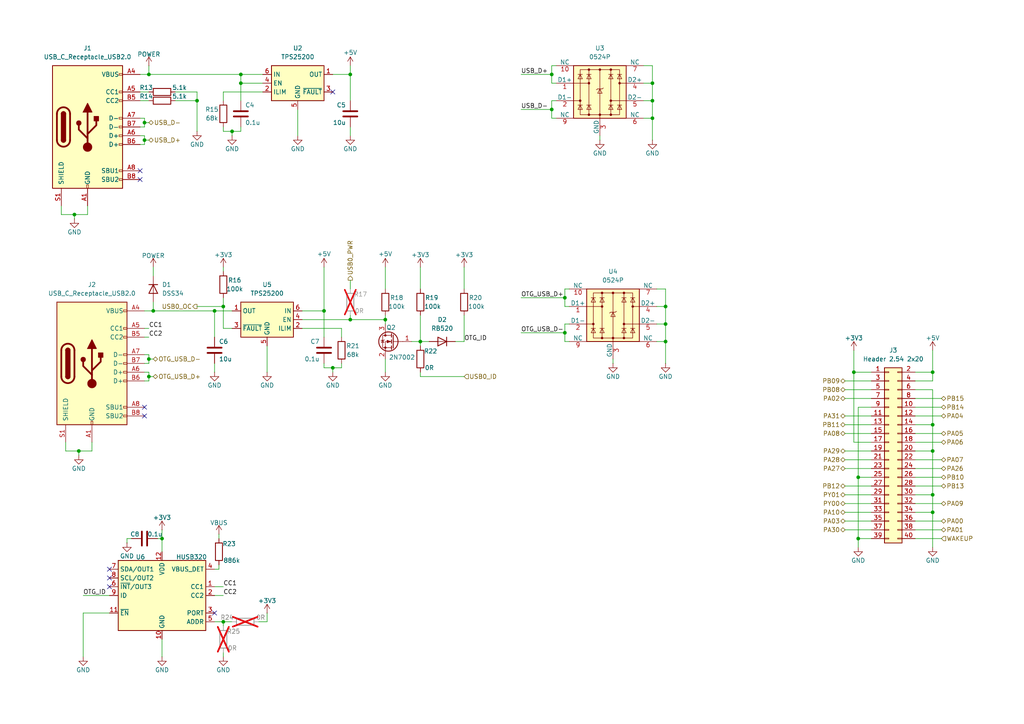
<source format=kicad_sch>
(kicad_sch (version 20231120) (generator "eeschema") (generator_version "8.0")
  (paper "A4")
  (lib_symbols
    (symbol "+5V_1" (power) (pin_numbers hide) (pin_names (offset 0) hide)
      (property "Value" "+5V" (at 0 3.556 0))
      (symbol "+5V_1_0_1"
        (polyline (pts (xy -0.762 1.27) (xy 0 2.54)))
        (polyline (pts (xy 0 0) (xy 0 2.54)))
        (polyline (pts (xy 0 2.54) (xy 0.762 1.27)))
      )
      (symbol "+5V_1_1_1"
        (pin power_in line (at 0 0 90) (length 0) (name "~") (number "1"))
      )
    )
    (symbol "Connector:USB_C_Receptacle_USB2.0" (pin_names (offset 1.016))
      (property "Reference" "J" (at -10.16 19.05 0))
      (property "Value" "USB_C_Receptacle_USB2.0" (at 19.05 19.05 0))
      (symbol "USB_C_Receptacle_USB2.0_0_0"
        (rectangle (start -0.254 -17.78) (end 0.254 -16.764))
        (rectangle (start 10.16 -14.986) (end 9.144 -15.494))
        (rectangle (start 10.16 -12.446) (end 9.144 -12.954))
        (rectangle (start 10.16 -4.826) (end 9.144 -5.334))
        (rectangle (start 10.16 -2.286) (end 9.144 -2.794))
        (rectangle (start 10.16 0.254) (end 9.144 -0.254))
        (rectangle (start 10.16 2.794) (end 9.144 2.286))
        (rectangle (start 10.16 7.874) (end 9.144 7.366))
        (rectangle (start 10.16 10.414) (end 9.144 9.906))
        (rectangle (start 10.16 15.494) (end 9.144 14.986))
      )
      (symbol "USB_C_Receptacle_USB2.0_0_1"
        (rectangle (start -10.16 17.78) (end 10.16 -17.78) (stroke (width 0.254)) (fill (type background)))
        (arc (start -8.89 -3.81) (mid -6.985 -5.7067) (end -5.08 -3.81) (stroke (width 0.508)))
        (arc (start -7.62 -3.81) (mid -6.985 -4.4423) (end -6.35 -3.81) (stroke (width 0.254)))
        (arc (start -7.62 -3.81) (mid -6.985 -4.4423) (end -6.35 -3.81) (stroke (width 0.254)) (fill (type outline)))
        (rectangle (start -7.62 -3.81) (end -6.35 3.81) (stroke (width 0.254)) (fill (type outline)))
        (arc (start -6.35 3.81) (mid -6.985 4.4423) (end -7.62 3.81) (stroke (width 0.254)))
        (arc (start -6.35 3.81) (mid -6.985 4.4423) (end -7.62 3.81) (stroke (width 0.254)) (fill (type outline)))
        (arc (start -5.08 3.81) (mid -6.985 5.7067) (end -8.89 3.81) (stroke (width 0.508)))
        (circle (center -2.54 1.143) (radius 0.635) (stroke (width 0.254)) (fill (type outline)))
        (circle (center 0 -5.842) (radius 1.27) (fill (type outline)))
        (polyline (pts (xy -8.89 -3.81) (xy -8.89 3.81)) (stroke (width 0.508)))
        (polyline (pts (xy -5.08 3.81) (xy -5.08 -3.81)) (stroke (width 0.508)))
        (polyline (pts (xy 0 -5.842) (xy 0 4.318)) (stroke (width 0.508)))
        (polyline (pts (xy 0 -3.302) (xy -2.54 -0.762) (xy -2.54 0.508)) (stroke (width 0.508)))
        (polyline (pts (xy 0 -2.032) (xy 2.54 0.508) (xy 2.54 1.778)) (stroke (width 0.508)))
        (polyline (pts (xy -1.27 4.318) (xy 0 6.858) (xy 1.27 4.318) (xy -1.27 4.318)) (stroke (width 0.254)) (fill (type outline)))
        (rectangle (start 1.905 1.778) (end 3.175 3.048) (stroke (width 0.254)) (fill (type outline)))
      )
      (symbol "USB_C_Receptacle_USB2.0_1_1"
        (pin passive line (at 0 -22.86 90) (length 5.08) (name "GND") (number "A1"))
        (pin passive line (at 0 -22.86 90) (length 5.08) hide (name "GND") (number "A12"))
        (pin passive line (at 15.24 15.24 180) (length 5.08) (name "VBUS") (number "A4"))
        (pin bidirectional line (at 15.24 10.16 180) (length 5.08) (name "CC1") (number "A5"))
        (pin bidirectional line (at 15.24 -2.54 180) (length 5.08) (name "D+") (number "A6"))
        (pin bidirectional line (at 15.24 2.54 180) (length 5.08) (name "D-") (number "A7"))
        (pin bidirectional line (at 15.24 -12.7 180) (length 5.08) (name "SBU1") (number "A8"))
        (pin passive line (at 15.24 15.24 180) (length 5.08) hide (name "VBUS") (number "A9"))
        (pin passive line (at 0 -22.86 90) (length 5.08) hide (name "GND") (number "B1"))
        (pin passive line (at 0 -22.86 90) (length 5.08) hide (name "GND") (number "B12"))
        (pin passive line (at 15.24 15.24 180) (length 5.08) hide (name "VBUS") (number "B4"))
        (pin bidirectional line (at 15.24 7.62 180) (length 5.08) (name "CC2") (number "B5"))
        (pin bidirectional line (at 15.24 -5.08 180) (length 5.08) (name "D+") (number "B6"))
        (pin bidirectional line (at 15.24 0 180) (length 5.08) (name "D-") (number "B7"))
        (pin bidirectional line (at 15.24 -15.24 180) (length 5.08) (name "SBU2") (number "B8"))
        (pin passive line (at 15.24 15.24 180) (length 5.08) hide (name "VBUS") (number "B9"))
        (pin passive line (at -7.62 -22.86 90) (length 5.08) (name "SHIELD") (number "S1"))
      )
    )
    (symbol "Connector_Generic:Conn_02x20_Odd_Even" (pin_names (offset 1.016) hide)
      (property "Reference" "J" (at 1.27 25.4 0))
      (property "Value" "Conn_02x20_Odd_Even" (at 1.27 -27.94 0))
      (symbol "Conn_02x20_Odd_Even_1_1"
        (rectangle (start -1.27 -25.273) (end 0 -25.527) (stroke (width 0.1524)))
        (rectangle (start -1.27 -22.733) (end 0 -22.987) (stroke (width 0.1524)))
        (rectangle (start -1.27 -20.193) (end 0 -20.447) (stroke (width 0.1524)))
        (rectangle (start -1.27 -17.653) (end 0 -17.907) (stroke (width 0.1524)))
        (rectangle (start -1.27 -15.113) (end 0 -15.367) (stroke (width 0.1524)))
        (rectangle (start -1.27 -12.573) (end 0 -12.827) (stroke (width 0.1524)))
        (rectangle (start -1.27 -10.033) (end 0 -10.287) (stroke (width 0.1524)))
        (rectangle (start -1.27 -7.493) (end 0 -7.747) (stroke (width 0.1524)))
        (rectangle (start -1.27 -4.953) (end 0 -5.207) (stroke (width 0.1524)))
        (rectangle (start -1.27 -2.413) (end 0 -2.667) (stroke (width 0.1524)))
        (rectangle (start -1.27 0.127) (end 0 -0.127) (stroke (width 0.1524)))
        (rectangle (start -1.27 2.667) (end 0 2.413) (stroke (width 0.1524)))
        (rectangle (start -1.27 5.207) (end 0 4.953) (stroke (width 0.1524)))
        (rectangle (start -1.27 7.747) (end 0 7.493) (stroke (width 0.1524)))
        (rectangle (start -1.27 10.287) (end 0 10.033) (stroke (width 0.1524)))
        (rectangle (start -1.27 12.827) (end 0 12.573) (stroke (width 0.1524)))
        (rectangle (start -1.27 15.367) (end 0 15.113) (stroke (width 0.1524)))
        (rectangle (start -1.27 17.907) (end 0 17.653) (stroke (width 0.1524)))
        (rectangle (start -1.27 20.447) (end 0 20.193) (stroke (width 0.1524)))
        (rectangle (start -1.27 22.987) (end 0 22.733) (stroke (width 0.1524)))
        (rectangle (start -1.27 24.13) (end 3.81 -26.67) (stroke (width 0.254)) (fill (type background)))
        (rectangle (start 3.81 -25.273) (end 2.54 -25.527) (stroke (width 0.1524)))
        (rectangle (start 3.81 -22.733) (end 2.54 -22.987) (stroke (width 0.1524)))
        (rectangle (start 3.81 -20.193) (end 2.54 -20.447) (stroke (width 0.1524)))
        (rectangle (start 3.81 -17.653) (end 2.54 -17.907) (stroke (width 0.1524)))
        (rectangle (start 3.81 -15.113) (end 2.54 -15.367) (stroke (width 0.1524)))
        (rectangle (start 3.81 -12.573) (end 2.54 -12.827) (stroke (width 0.1524)))
        (rectangle (start 3.81 -10.033) (end 2.54 -10.287) (stroke (width 0.1524)))
        (rectangle (start 3.81 -7.493) (end 2.54 -7.747) (stroke (width 0.1524)))
        (rectangle (start 3.81 -4.953) (end 2.54 -5.207) (stroke (width 0.1524)))
        (rectangle (start 3.81 -2.413) (end 2.54 -2.667) (stroke (width 0.1524)))
        (rectangle (start 3.81 0.127) (end 2.54 -0.127) (stroke (width 0.1524)))
        (rectangle (start 3.81 2.667) (end 2.54 2.413) (stroke (width 0.1524)))
        (rectangle (start 3.81 5.207) (end 2.54 4.953) (stroke (width 0.1524)))
        (rectangle (start 3.81 7.747) (end 2.54 7.493) (stroke (width 0.1524)))
        (rectangle (start 3.81 10.287) (end 2.54 10.033) (stroke (width 0.1524)))
        (rectangle (start 3.81 12.827) (end 2.54 12.573) (stroke (width 0.1524)))
        (rectangle (start 3.81 15.367) (end 2.54 15.113) (stroke (width 0.1524)))
        (rectangle (start 3.81 17.907) (end 2.54 17.653) (stroke (width 0.1524)))
        (rectangle (start 3.81 20.447) (end 2.54 20.193) (stroke (width 0.1524)))
        (rectangle (start 3.81 22.987) (end 2.54 22.733) (stroke (width 0.1524)))
        (pin passive line (at -5.08 22.86 0) (length 3.81) (name "Pin_1") (number "1"))
        (pin passive line (at 7.62 12.7 180) (length 3.81) (name "Pin_10") (number "10"))
        (pin passive line (at -5.08 10.16 0) (length 3.81) (name "Pin_11") (number "11"))
        (pin passive line (at 7.62 10.16 180) (length 3.81) (name "Pin_12") (number "12"))
        (pin passive line (at -5.08 7.62 0) (length 3.81) (name "Pin_13") (number "13"))
        (pin passive line (at 7.62 7.62 180) (length 3.81) (name "Pin_14") (number "14"))
        (pin passive line (at -5.08 5.08 0) (length 3.81) (name "Pin_15") (number "15"))
        (pin passive line (at 7.62 5.08 180) (length 3.81) (name "Pin_16") (number "16"))
        (pin passive line (at -5.08 2.54 0) (length 3.81) (name "Pin_17") (number "17"))
        (pin passive line (at 7.62 2.54 180) (length 3.81) (name "Pin_18") (number "18"))
        (pin passive line (at -5.08 0 0) (length 3.81) (name "Pin_19") (number "19"))
        (pin passive line (at 7.62 22.86 180) (length 3.81) (name "Pin_2") (number "2"))
        (pin passive line (at 7.62 0 180) (length 3.81) (name "Pin_20") (number "20"))
        (pin passive line (at -5.08 -2.54 0) (length 3.81) (name "Pin_21") (number "21"))
        (pin passive line (at 7.62 -2.54 180) (length 3.81) (name "Pin_22") (number "22"))
        (pin passive line (at -5.08 -5.08 0) (length 3.81) (name "Pin_23") (number "23"))
        (pin passive line (at 7.62 -5.08 180) (length 3.81) (name "Pin_24") (number "24"))
        (pin passive line (at -5.08 -7.62 0) (length 3.81) (name "Pin_25") (number "25"))
        (pin passive line (at 7.62 -7.62 180) (length 3.81) (name "Pin_26") (number "26"))
        (pin passive line (at -5.08 -10.16 0) (length 3.81) (name "Pin_27") (number "27"))
        (pin passive line (at 7.62 -10.16 180) (length 3.81) (name "Pin_28") (number "28"))
        (pin passive line (at -5.08 -12.7 0) (length 3.81) (name "Pin_29") (number "29"))
        (pin passive line (at -5.08 20.32 0) (length 3.81) (name "Pin_3") (number "3"))
        (pin passive line (at 7.62 -12.7 180) (length 3.81) (name "Pin_30") (number "30"))
        (pin passive line (at -5.08 -15.24 0) (length 3.81) (name "Pin_31") (number "31"))
        (pin passive line (at 7.62 -15.24 180) (length 3.81) (name "Pin_32") (number "32"))
        (pin passive line (at -5.08 -17.78 0) (length 3.81) (name "Pin_33") (number "33"))
        (pin passive line (at 7.62 -17.78 180) (length 3.81) (name "Pin_34") (number "34"))
        (pin passive line (at -5.08 -20.32 0) (length 3.81) (name "Pin_35") (number "35"))
        (pin passive line (at 7.62 -20.32 180) (length 3.81) (name "Pin_36") (number "36"))
        (pin passive line (at -5.08 -22.86 0) (length 3.81) (name "Pin_37") (number "37"))
        (pin passive line (at 7.62 -22.86 180) (length 3.81) (name "Pin_38") (number "38"))
        (pin passive line (at -5.08 -25.4 0) (length 3.81) (name "Pin_39") (number "39"))
        (pin passive line (at 7.62 20.32 180) (length 3.81) (name "Pin_4") (number "4"))
        (pin passive line (at 7.62 -25.4 180) (length 3.81) (name "Pin_40") (number "40"))
        (pin passive line (at -5.08 17.78 0) (length 3.81) (name "Pin_5") (number "5"))
        (pin passive line (at 7.62 17.78 180) (length 3.81) (name "Pin_6") (number "6"))
        (pin passive line (at -5.08 15.24 0) (length 3.81) (name "Pin_7") (number "7"))
        (pin passive line (at 7.62 15.24 180) (length 3.81) (name "Pin_8") (number "8"))
        (pin passive line (at -5.08 12.7 0) (length 3.81) (name "Pin_9") (number "9"))
      )
    )
    (symbol "Device:C" (pin_numbers hide) (pin_names (offset 0.254))
      (property "Reference" "C" (at 0.635 2.54 0))
      (property "Value" "C" (at 0.635 -2.54 0))
      (symbol "C_0_1"
        (polyline (pts (xy -2.032 -0.762) (xy 2.032 -0.762)) (stroke (width 0.508)))
        (polyline (pts (xy -2.032 0.762) (xy 2.032 0.762)) (stroke (width 0.508)))
      )
      (symbol "C_1_1"
        (pin passive line (at 0 3.81 270) (length 2.794) (name "~") (number "1"))
        (pin passive line (at 0 -3.81 90) (length 2.794) (name "~") (number "2"))
      )
    )
    (symbol "Device:D" (pin_numbers hide) (pin_names (offset 1.016) hide)
      (property "Reference" "D" (at 0 2.54 0))
      (property "Value" "D" (at 0 -2.54 0))
      (symbol "D_0_1"
        (polyline (pts (xy -1.27 1.27) (xy -1.27 -1.27)) (stroke (width 0.254)))
        (polyline (pts (xy 1.27 0) (xy -1.27 0)))
        (polyline (pts (xy 1.27 1.27) (xy 1.27 -1.27) (xy -1.27 0) (xy 1.27 1.27)) (stroke (width 0.254)))
      )
      (symbol "D_1_1"
        (pin passive line (at -3.81 0 0) (length 2.54) (name "K") (number "1"))
        (pin passive line (at 3.81 0 180) (length 2.54) (name "A") (number "2"))
      )
    )
    (symbol "Device:R" (pin_numbers hide) (pin_names (offset 0))
      (property "Reference" "R" (at 2.032 0 90))
      (property "Value" "R" (at 0 0 90))
      (symbol "R_0_1"
        (rectangle (start -1.016 -2.54) (end 1.016 2.54) (stroke (width 0.254)))
      )
      (symbol "R_1_1"
        (pin passive line (at 0 3.81 270) (length 1.27) (name "~") (number "1"))
        (pin passive line (at 0 -3.81 90) (length 1.27) (name "~") (number "2"))
      )
    )
    (symbol "Interface_USB:TUSB320"
      (property "Reference" "U" (at -11.43 11.43 0))
      (property "Value" "TUSB320" (at 7.62 11.43 0))
      (symbol "TUSB320_0_1"
        (rectangle (start -12.7 10.16) (end 12.7 -10.16) (stroke (width 0.254)) (fill (type background)))
      )
      (symbol "TUSB320_1_1"
        (pin bidirectional line (at 15.24 2.54 180) (length 2.54) (name "CC1") (number "1"))
        (pin power_in line (at 0 -12.7 90) (length 2.54) (name "GND") (number "10"))
        (pin input line (at -15.24 -5.08 0) (length 2.54) (name "~{EN}") (number "11"))
        (pin power_in line (at 0 12.7 270) (length 2.54) (name "VDD") (number "12"))
        (pin bidirectional line (at 15.24 0 180) (length 2.54) (name "CC2") (number "2"))
        (pin input line (at 15.24 -5.08 180) (length 2.54) (name "PORT") (number "3"))
        (pin input line (at 15.24 7.62 180) (length 2.54) (name "VBUS_DET") (number "4"))
        (pin input line (at 15.24 -7.62 180) (length 2.54) (name "ADDR") (number "5"))
        (pin open_collector line (at -15.24 2.54 0) (length 2.54) (name "~{INT}/OUT3") (number "6"))
        (pin bidirectional line (at -15.24 7.62 0) (length 2.54) (name "SDA/OUT1") (number "7"))
        (pin bidirectional line (at -15.24 5.08 0) (length 2.54) (name "SCL/OUT2") (number "8"))
        (pin open_collector line (at -15.24 0 0) (length 2.54) (name "ID") (number "9"))
      )
    )
    (symbol "Load Switch:TPS25200"
      (property "Reference" "U" (at 0 8.636 0))
      (property "Value" "TPS25200" (at -10.16 2.54 0))
      (symbol "TPS25200_0_0"
        (pin output line (at -10.16 -2.54 0) (length 2.54) (name "ILIM") (number "2"))
        (pin output line (at 10.16 -2.54 180) (length 2.54) (name "~{FAULT}") (number "3"))
        (pin input line (at -10.16 0 0) (length 2.54) (name "EN") (number "4"))
        (pin power_in line (at 0 -7.62 90) (length 2.54) (name "GND") (number "5"))
        (pin power_in line (at -10.16 2.54 0) (length 2.54) (name "IN") (number "6"))
      )
      (symbol "TPS25200_1_0"
        (rectangle (start -7.62 5.08) (end 7.62 -5.08) (stroke (width 0.254)) (fill (type background)))
        (pin power_out line (at 10.16 2.54 180) (length 2.54) (name "OUT") (number "1"))
        (pin passive line (at 0 -7.62 90) (length 2.54) hide (name "GND") (number "7"))
      )
    )
    (symbol "Power_Protection:TPD4EUSB30" (pin_names (offset 0))
      (property "Reference" "U" (at -0.635 8.89 0))
      (property "Value" "TPD4EUSB30" (at 8.89 -10.16 0))
      (symbol "TPD4EUSB30_0_0"
        (rectangle (start -5.715 6.477) (end 5.715 -6.604))
        (polyline (pts (xy -3.175 -6.604) (xy -3.175 6.477)))
        (polyline (pts (xy 0 6.477) (xy 0 -6.604)))
        (polyline (pts (xy 3.175 6.477) (xy 3.175 -6.604)))
      )
      (symbol "TPD4EUSB30_0_1"
        (rectangle (start -7.62 7.62) (end 7.62 -7.62) (stroke (width 0.254)) (fill (type background)))
        (circle (center -5.715 -2.54) (radius 0.2794) (fill (type outline)))
        (circle (center -3.175 -6.604) (radius 0.2794) (fill (type outline)))
        (circle (center -3.175 2.54) (radius 0.2794) (fill (type outline)))
        (circle (center -3.175 6.477) (radius 0.2794) (fill (type outline)))
        (circle (center 0 -6.604) (radius 0.2794) (fill (type outline)))
        (polyline (pts (xy -7.747 2.54) (xy -3.175 2.54)))
        (polyline (pts (xy -7.62 -2.54) (xy -5.715 -2.54)))
        (polyline (pts (xy -5.08 -3.81) (xy -6.35 -3.81)))
        (polyline (pts (xy -5.08 5.08) (xy -6.35 5.08)))
        (polyline (pts (xy -2.54 -3.81) (xy -3.81 -3.81)))
        (polyline (pts (xy -2.54 5.08) (xy -3.81 5.08)))
        (polyline (pts (xy -0.635 0.889) (xy -1.016 0.635)))
        (polyline (pts (xy 0 -6.604) (xy 0 -7.62)))
        (polyline (pts (xy 0.635 0.889) (xy -0.635 0.889)))
        (polyline (pts (xy 0.635 0.889) (xy 1.016 1.143)))
        (polyline (pts (xy 3.81 -3.81) (xy 2.54 -3.81)))
        (polyline (pts (xy 3.81 5.08) (xy 2.54 5.08)))
        (polyline (pts (xy 6.35 -3.81) (xy 5.08 -3.81)))
        (polyline (pts (xy 6.35 5.08) (xy 5.08 5.08)))
        (polyline (pts (xy 7.62 -2.54) (xy 3.175 -2.54)))
        (polyline (pts (xy 7.62 2.54) (xy 5.715 2.54)))
        (polyline (pts (xy -5.08 -5.08) (xy -6.35 -5.08) (xy -5.715 -3.81) (xy -5.08 -5.08)))
        (polyline (pts (xy -5.08 3.81) (xy -6.35 3.81) (xy -5.715 5.08) (xy -5.08 3.81)))
        (polyline (pts (xy -2.54 -5.08) (xy -3.81 -5.08) (xy -3.175 -3.81) (xy -2.54 -5.08)))
        (polyline (pts (xy -2.54 3.81) (xy -3.81 3.81) (xy -3.175 5.08) (xy -2.54 3.81)))
        (polyline (pts (xy 0.635 -0.381) (xy -0.635 -0.381) (xy 0 0.889) (xy 0.635 -0.381)))
        (polyline (pts (xy 3.81 -5.08) (xy 2.54 -5.08) (xy 3.175 -3.81) (xy 3.81 -5.08)))
        (polyline (pts (xy 3.81 3.81) (xy 2.54 3.81) (xy 3.175 5.08) (xy 3.81 3.81)))
        (polyline (pts (xy 6.35 -5.08) (xy 5.08 -5.08) (xy 5.715 -3.81) (xy 6.35 -5.08)))
        (polyline (pts (xy 6.35 3.81) (xy 5.08 3.81) (xy 5.715 5.08) (xy 6.35 3.81)))
        (circle (center 0 6.477) (radius 0.2794) (fill (type outline)))
        (circle (center 3.175 -6.604) (radius 0.2794) (fill (type outline)))
        (circle (center 3.175 -2.54) (radius 0.2794) (fill (type outline)))
        (circle (center 3.175 6.477) (radius 0.2794) (fill (type outline)))
        (circle (center 5.715 2.54) (radius 0.2794) (fill (type outline)))
      )
      (symbol "TPD4EUSB30_1_1"
        (pin passive line (at -12.7 2.54 0) (length 5.08) (name "D1+") (number "1"))
        (pin free line (at -12.7 7.62 0) (length 5.08) (name "NC") (number "10"))
        (pin passive line (at -12.7 -2.54 0) (length 5.08) (name "D1-") (number "2"))
        (pin power_in line (at 0 -12.7 90) (length 5.08) (name "GND") (number "3"))
        (pin passive line (at 12.7 2.54 180) (length 5.08) (name "D2+") (number "4"))
        (pin passive line (at 12.7 -2.54 180) (length 5.08) (name "D2-") (number "5"))
        (pin free line (at 12.7 -7.62 180) (length 5.08) (name "NC") (number "6"))
        (pin free line (at 12.7 7.62 180) (length 5.08) (name "NC") (number "7"))
        (pin passive line (at 0 -12.7 90) (length 5.08) hide (name "GND") (number "8"))
        (pin free line (at -12.7 -7.62 0) (length 5.08) (name "NC") (number "9"))
      )
    )
    (symbol "Transistor_FET:2N7002" (pin_names hide)
      (property "Reference" "Q" (at 5.08 1.905 0))
      (property "Value" "2N7002" (at 5.08 0 0))
      (symbol "2N7002_0_1"
        (polyline (pts (xy 0.254 0) (xy -2.54 0)))
        (polyline (pts (xy 0.254 1.905) (xy 0.254 -1.905)) (stroke (width 0.254)))
        (polyline (pts (xy 0.762 -1.27) (xy 0.762 -2.286)) (stroke (width 0.254)))
        (polyline (pts (xy 0.762 0.508) (xy 0.762 -0.508)) (stroke (width 0.254)))
        (polyline (pts (xy 0.762 2.286) (xy 0.762 1.27)) (stroke (width 0.254)))
        (polyline (pts (xy 2.54 2.54) (xy 2.54 1.778)))
        (polyline (pts (xy 2.54 -2.54) (xy 2.54 0) (xy 0.762 0)))
        (polyline (pts (xy 0.762 -1.778) (xy 3.302 -1.778) (xy 3.302 1.778) (xy 0.762 1.778)))
        (polyline (pts (xy 1.016 0) (xy 2.032 0.381) (xy 2.032 -0.381) (xy 1.016 0)) (fill (type outline)))
        (polyline (pts (xy 2.794 0.508) (xy 2.921 0.381) (xy 3.683 0.381) (xy 3.81 0.254)))
        (polyline (pts (xy 3.302 0.381) (xy 2.921 -0.254) (xy 3.683 -0.254) (xy 3.302 0.381)))
        (circle (center 1.651 0) (radius 2.794) (stroke (width 0.254)))
        (circle (center 2.54 -1.778) (radius 0.254) (fill (type outline)))
        (circle (center 2.54 1.778) (radius 0.254) (fill (type outline)))
      )
      (symbol "2N7002_1_1"
        (pin input line (at -5.08 0 0) (length 2.54) (name "G") (number "1"))
        (pin passive line (at 2.54 -5.08 90) (length 2.54) (name "S") (number "2"))
        (pin passive line (at 2.54 5.08 270) (length 2.54) (name "D") (number "3"))
      )
    )
    (symbol "power:+3V3" (power) (pin_numbers hide) (pin_names (offset 0) hide)
      (property "Value" "+3V3" (at 0 3.556 0))
      (symbol "+3V3_0_1"
        (polyline (pts (xy -0.762 1.27) (xy 0 2.54)))
        (polyline (pts (xy 0 0) (xy 0 2.54)))
        (polyline (pts (xy 0 2.54) (xy 0.762 1.27)))
      )
      (symbol "+3V3_1_1"
        (pin power_in line (at 0 0 90) (length 0) (name "~") (number "1"))
      )
    )
    (symbol "power:+5V" (power) (pin_names (offset 0))
      (property "Value" "+5V" (at 0 3.556 0))
      (symbol "+5V_0_1"
        (polyline (pts (xy -0.762 1.27) (xy 0 2.54)))
        (polyline (pts (xy 0 0) (xy 0 2.54)))
        (polyline (pts (xy 0 2.54) (xy 0.762 1.27)))
      )
      (symbol "+5V_1_1"
        (pin power_in line (at 0 0 90) (length 0) hide (name "+5V") (number "1"))
      )
    )
    (symbol "power:GND" (power) (pin_numbers hide) (pin_names (offset 0) hide)
      (property "Value" "GND" (at 0 -3.81 0))
      (symbol "GND_0_1"
        (polyline (pts (xy 0 0) (xy 0 -1.27) (xy 1.27 -1.27) (xy 0 -2.54) (xy -1.27 -1.27) (xy 0 -1.27)))
      )
      (symbol "GND_1_1"
        (pin power_in line (at 0 0 270) (length 0) (name "~") (number "1"))
      )
    )
    (symbol "power:VAA" (power) (pin_numbers hide) (pin_names (offset 0) hide)
      (property "Value" "VAA" (at 0 3.556 0))
      (symbol "VAA_0_1"
        (polyline (pts (xy -0.762 1.27) (xy 0 2.54)))
        (polyline (pts (xy 0 0) (xy 0 2.54)))
        (polyline (pts (xy 0 2.54) (xy 0.762 1.27)))
      )
      (symbol "VAA_1_1"
        (pin power_in line (at 0 0 90) (length 0) (name "~") (number "1"))
      )
    )
    (symbol "power:VBUS" (power) (pin_numbers hide) (pin_names (offset 0) hide)
      (property "Value" "VBUS" (at 0 3.556 0))
      (symbol "VBUS_0_1"
        (polyline (pts (xy -0.762 1.27) (xy 0 2.54)))
        (polyline (pts (xy 0 0) (xy 0 2.54)))
        (polyline (pts (xy 0 2.54) (xy 0.762 1.27)))
      )
      (symbol "VBUS_1_1"
        (pin power_in line (at 0 0 90) (length 0) (name "~") (number "1"))
      )
    )
  )
  (junction (at 43.18 104.14))
  (junction (at 111.76 92.71))
  (junction (at 193.04 88.9))
  (junction (at 41.91 35.56))
  (junction (at 67.31 38.1))
  (junction (at 46.99 156.21))
  (junction (at 247.65 107.95))
  (junction (at 193.04 93.98))
  (junction (at 163.83 96.52))
  (junction (at 189.23 24.13))
  (junction (at 96.52 106.68))
  (junction (at 57.15 29.21))
  (junction (at 160.02 31.75))
  (junction (at 69.85 24.13))
  (junction (at 64.77 180.34))
  (junction (at 43.18 21.59))
  (junction (at 22.86 130.81))
  (junction (at 69.85 21.59))
  (junction (at 121.92 99.06))
  (junction (at 93.98 90.17))
  (junction (at 101.6 21.59))
  (junction (at 193.04 99.06))
  (junction (at 62.23 90.17))
  (junction (at 270.51 107.95))
  (junction (at 44.45 90.17))
  (junction (at 270.51 123.19))
  (junction (at 101.6 92.71))
  (junction (at 270.51 148.59))
  (junction (at 160.02 21.59))
  (junction (at 270.51 143.51))
  (junction (at 189.23 29.21))
  (junction (at 21.59 62.23))
  (junction (at 64.77 88.9))
  (junction (at 248.92 156.21))
  (junction (at 248.92 138.43))
  (junction (at 43.18 109.22))
  (junction (at 189.23 34.29))
  (junction (at 163.83 86.36))
  (junction (at 41.91 40.64))
  (junction (at 270.51 130.81))
  (no_connect (at 31.75 170.18))
  (no_connect (at 40.64 52.07))
  (no_connect (at 41.91 120.65))
  (no_connect (at 31.75 167.64))
  (no_connect (at 40.64 49.53))
  (no_connect (at 62.23 177.8))
  (no_connect (at 31.75 165.1))
  (no_connect (at 96.52 26.67))
  (no_connect (at 41.91 118.11))
  (wire (pts (xy 101.6 81.28) (xy 101.6 83.82)))
  (wire (pts (xy 62.23 90.17) (xy 62.23 97.79)))
  (wire (pts (xy 190.5 93.98) (xy 193.04 93.98)))
  (wire (pts (xy 64.77 36.83) (xy 64.77 38.1)))
  (wire (pts (xy 40.64 34.29) (xy 41.91 34.29)))
  (wire (pts (xy 43.18 19.05) (xy 43.18 21.59)))
  (wire (pts (xy 46.99 185.42) (xy 46.99 190.5)))
  (wire (pts (xy 43.18 107.95) (xy 43.18 109.22)))
  (wire (pts (xy 265.43 156.21) (xy 273.05 156.21)))
  (wire (pts (xy 252.73 118.11) (xy 248.92 118.11)))
  (wire (pts (xy 186.69 29.21) (xy 189.23 29.21)))
  (wire (pts (xy 43.18 104.14) (xy 43.18 105.41)))
  (wire (pts (xy 190.5 83.82) (xy 193.04 83.82)))
  (wire (pts (xy 247.65 101.6) (xy 247.65 107.95)))
  (wire (pts (xy 41.91 39.37) (xy 41.91 40.64)))
  (wire (pts (xy 121.92 99.06) (xy 124.46 99.06)))
  (wire (pts (xy 41.91 40.64) (xy 43.18 40.64)))
  (wire (pts (xy 87.63 92.71) (xy 101.6 92.71)))
  (wire (pts (xy 247.65 107.95) (xy 252.73 107.95)))
  (wire (pts (xy 40.64 39.37) (xy 41.91 39.37)))
  (wire (pts (xy 67.31 38.1) (xy 69.85 38.1)))
  (wire (pts (xy 121.92 109.22) (xy 121.92 107.95)))
  (wire (pts (xy 40.64 29.21) (xy 43.18 29.21)))
  (wire (pts (xy 111.76 104.14) (xy 111.76 107.95)))
  (wire (pts (xy 173.99 39.37) (xy 173.99 40.64)))
  (wire (pts (xy 161.29 24.13) (xy 160.02 24.13)))
  (wire (pts (xy 43.18 110.49) (xy 41.91 110.49)))
  (wire (pts (xy 45.72 156.21) (xy 46.99 156.21)))
  (wire (pts (xy 25.4 62.23) (xy 25.4 59.69)))
  (wire (pts (xy 265.43 123.19) (xy 270.51 123.19)))
  (wire (pts (xy 77.47 177.8) (xy 77.47 180.34)))
  (wire (pts (xy 186.69 34.29) (xy 189.23 34.29)))
  (wire (pts (xy 163.83 99.06) (xy 163.83 96.52)))
  (wire (pts (xy 151.13 96.52) (xy 163.83 96.52)))
  (wire (pts (xy 64.77 189.23) (xy 64.77 190.5)))
  (wire (pts (xy 189.23 19.05) (xy 189.23 24.13)))
  (wire (pts (xy 163.83 93.98) (xy 165.1 93.98)))
  (wire (pts (xy 134.62 109.22) (xy 121.92 109.22)))
  (wire (pts (xy 41.91 35.56) (xy 41.91 36.83)))
  (wire (pts (xy 64.77 88.9) (xy 64.77 95.25)))
  (wire (pts (xy 273.05 151.13) (xy 265.43 151.13)))
  (wire (pts (xy 245.11 151.13) (xy 252.73 151.13)))
  (wire (pts (xy 265.43 113.03) (xy 270.51 113.03)))
  (wire (pts (xy 134.62 77.47) (xy 134.62 83.82)))
  (wire (pts (xy 163.83 86.36) (xy 163.83 88.9)))
  (wire (pts (xy 93.98 77.47) (xy 93.98 90.17)))
  (wire (pts (xy 22.86 130.81) (xy 26.67 130.81)))
  (wire (pts (xy 64.77 38.1) (xy 67.31 38.1)))
  (wire (pts (xy 247.65 107.95) (xy 247.65 128.27)))
  (wire (pts (xy 76.2 24.13) (xy 69.85 24.13)))
  (wire (pts (xy 41.91 34.29) (xy 41.91 35.56)))
  (wire (pts (xy 101.6 91.44) (xy 101.6 92.71)))
  (wire (pts (xy 265.43 130.81) (xy 270.51 130.81)))
  (wire (pts (xy 44.45 90.17) (xy 62.23 90.17)))
  (wire (pts (xy 19.05 128.27) (xy 19.05 130.81)))
  (wire (pts (xy 248.92 138.43) (xy 252.73 138.43)))
  (wire (pts (xy 273.05 118.11) (xy 265.43 118.11)))
  (wire (pts (xy 186.69 19.05) (xy 189.23 19.05)))
  (wire (pts (xy 62.23 90.17) (xy 67.31 90.17)))
  (wire (pts (xy 101.6 19.05) (xy 101.6 21.59)))
  (wire (pts (xy 248.92 156.21) (xy 252.73 156.21)))
  (wire (pts (xy 245.11 140.97) (xy 252.73 140.97)))
  (wire (pts (xy 24.13 172.72) (xy 31.75 172.72)))
  (wire (pts (xy 36.83 156.21) (xy 36.83 157.48)))
  (wire (pts (xy 273.05 153.67) (xy 265.43 153.67)))
  (wire (pts (xy 151.13 31.75) (xy 160.02 31.75)))
  (wire (pts (xy 273.05 140.97) (xy 265.43 140.97)))
  (wire (pts (xy 74.93 180.34) (xy 77.47 180.34)))
  (wire (pts (xy 111.76 77.47) (xy 111.76 83.82)))
  (wire (pts (xy 17.78 59.69) (xy 17.78 62.23)))
  (wire (pts (xy 43.18 21.59) (xy 69.85 21.59)))
  (wire (pts (xy 245.11 130.81) (xy 252.73 130.81)))
  (wire (pts (xy 165.1 99.06) (xy 163.83 99.06)))
  (wire (pts (xy 44.45 77.47) (xy 44.45 80.01)))
  (wire (pts (xy 21.59 62.23) (xy 25.4 62.23)))
  (wire (pts (xy 99.06 105.41) (xy 99.06 106.68)))
  (wire (pts (xy 31.75 177.8) (xy 24.13 177.8)))
  (wire (pts (xy 69.85 21.59) (xy 76.2 21.59)))
  (wire (pts (xy 64.77 86.36) (xy 64.77 88.9)))
  (wire (pts (xy 248.92 156.21) (xy 248.92 158.75)))
  (wire (pts (xy 63.5 163.83) (xy 63.5 165.1)))
  (wire (pts (xy 62.23 172.72) (xy 64.77 172.72)))
  (wire (pts (xy 252.73 128.27) (xy 247.65 128.27)))
  (wire (pts (xy 44.45 87.63) (xy 44.45 90.17)))
  (wire (pts (xy 273.05 135.89) (xy 265.43 135.89)))
  (wire (pts (xy 160.02 34.29) (xy 160.02 31.75)))
  (wire (pts (xy 41.91 97.79) (xy 43.18 97.79)))
  (wire (pts (xy 245.11 123.19) (xy 252.73 123.19)))
  (wire (pts (xy 273.05 115.57) (xy 265.43 115.57)))
  (wire (pts (xy 177.8 104.14) (xy 177.8 105.41)))
  (wire (pts (xy 265.43 143.51) (xy 270.51 143.51)))
  (wire (pts (xy 121.92 77.47) (xy 121.92 83.82)))
  (wire (pts (xy 273.05 120.65) (xy 265.43 120.65)))
  (wire (pts (xy 38.1 156.21) (xy 36.83 156.21)))
  (wire (pts (xy 189.23 34.29) (xy 189.23 40.64)))
  (wire (pts (xy 77.47 100.33) (xy 77.47 107.95)))
  (wire (pts (xy 193.04 83.82) (xy 193.04 88.9)))
  (wire (pts (xy 43.18 109.22) (xy 44.45 109.22)))
  (wire (pts (xy 245.11 135.89) (xy 252.73 135.89)))
  (wire (pts (xy 193.04 88.9) (xy 193.04 93.98)))
  (wire (pts (xy 190.5 99.06) (xy 193.04 99.06)))
  (wire (pts (xy 99.06 106.68) (xy 96.52 106.68)))
  (wire (pts (xy 190.5 88.9) (xy 193.04 88.9)))
  (wire (pts (xy 93.98 106.68) (xy 93.98 105.41)))
  (wire (pts (xy 270.51 101.6) (xy 270.51 107.95)))
  (wire (pts (xy 19.05 130.81) (xy 22.86 130.81)))
  (wire (pts (xy 41.91 95.25) (xy 43.18 95.25)))
  (wire (pts (xy 76.2 26.67) (xy 64.77 26.67)))
  (wire (pts (xy 111.76 92.71) (xy 111.76 93.98)))
  (wire (pts (xy 41.91 90.17) (xy 44.45 90.17)))
  (wire (pts (xy 62.23 170.18) (xy 64.77 170.18)))
  (wire (pts (xy 121.92 99.06) (xy 121.92 100.33)))
  (wire (pts (xy 245.11 113.03) (xy 252.73 113.03)))
  (wire (pts (xy 245.11 115.57) (xy 252.73 115.57)))
  (wire (pts (xy 46.99 156.21) (xy 46.99 160.02)))
  (wire (pts (xy 57.15 29.21) (xy 57.15 38.1)))
  (wire (pts (xy 17.78 62.23) (xy 21.59 62.23)))
  (wire (pts (xy 245.11 133.35) (xy 252.73 133.35)))
  (wire (pts (xy 96.52 106.68) (xy 96.52 107.95)))
  (wire (pts (xy 193.04 93.98) (xy 193.04 99.06)))
  (wire (pts (xy 245.11 110.49) (xy 252.73 110.49)))
  (wire (pts (xy 160.02 21.59) (xy 160.02 19.05)))
  (wire (pts (xy 161.29 34.29) (xy 160.02 34.29)))
  (wire (pts (xy 160.02 21.59) (xy 160.02 24.13)))
  (wire (pts (xy 160.02 19.05) (xy 161.29 19.05)))
  (wire (pts (xy 69.85 38.1) (xy 69.85 36.83)))
  (wire (pts (xy 40.64 21.59) (xy 43.18 21.59)))
  (wire (pts (xy 132.08 99.06) (xy 134.62 99.06)))
  (wire (pts (xy 69.85 21.59) (xy 69.85 24.13)))
  (wire (pts (xy 245.11 120.65) (xy 252.73 120.65)))
  (wire (pts (xy 64.77 77.47) (xy 64.77 78.74)))
  (wire (pts (xy 163.83 96.52) (xy 163.83 93.98)))
  (wire (pts (xy 64.77 26.67) (xy 64.77 29.21)))
  (wire (pts (xy 43.18 102.87) (xy 43.18 104.14)))
  (wire (pts (xy 46.99 153.67) (xy 46.99 156.21)))
  (wire (pts (xy 50.8 29.21) (xy 57.15 29.21)))
  (wire (pts (xy 163.83 83.82) (xy 165.1 83.82)))
  (wire (pts (xy 63.5 154.94) (xy 63.5 156.21)))
  (wire (pts (xy 265.43 107.95) (xy 270.51 107.95)))
  (wire (pts (xy 93.98 90.17) (xy 93.98 97.79)))
  (wire (pts (xy 64.77 181.61) (xy 64.77 180.34)))
  (wire (pts (xy 41.91 35.56) (xy 43.18 35.56)))
  (wire (pts (xy 41.91 36.83) (xy 40.64 36.83)))
  (wire (pts (xy 273.05 128.27) (xy 265.43 128.27)))
  (wire (pts (xy 270.51 107.95) (xy 270.51 110.49)))
  (wire (pts (xy 121.92 91.44) (xy 121.92 99.06)))
  (wire (pts (xy 265.43 148.59) (xy 270.51 148.59)))
  (wire (pts (xy 189.23 29.21) (xy 189.23 34.29)))
  (wire (pts (xy 265.43 110.49) (xy 270.51 110.49)))
  (wire (pts (xy 62.23 105.41) (xy 62.23 107.95)))
  (wire (pts (xy 43.18 109.22) (xy 43.18 110.49)))
  (wire (pts (xy 245.11 143.51) (xy 252.73 143.51)))
  (wire (pts (xy 96.52 106.68) (xy 93.98 106.68)))
  (wire (pts (xy 160.02 31.75) (xy 160.02 29.21)))
  (wire (pts (xy 248.92 118.11) (xy 248.92 138.43)))
  (wire (pts (xy 245.11 148.59) (xy 252.73 148.59)))
  (wire (pts (xy 62.23 180.34) (xy 64.77 180.34)))
  (wire (pts (xy 273.05 133.35) (xy 265.43 133.35)))
  (wire (pts (xy 245.11 153.67) (xy 252.73 153.67)))
  (wire (pts (xy 270.51 148.59) (xy 270.51 158.75)))
  (wire (pts (xy 101.6 92.71) (xy 111.76 92.71)))
  (wire (pts (xy 41.91 41.91) (xy 40.64 41.91)))
  (wire (pts (xy 111.76 91.44) (xy 111.76 92.71)))
  (wire (pts (xy 151.13 21.59) (xy 160.02 21.59)))
  (wire (pts (xy 64.77 180.34) (xy 67.31 180.34)))
  (wire (pts (xy 245.11 146.05) (xy 252.73 146.05)))
  (wire (pts (xy 248.92 138.43) (xy 248.92 156.21)))
  (wire (pts (xy 101.6 21.59) (xy 101.6 29.21)))
  (wire (pts (xy 273.05 138.43) (xy 265.43 138.43)))
  (wire (pts (xy 186.69 24.13) (xy 189.23 24.13)))
  (wire (pts (xy 193.04 99.06) (xy 193.04 105.41)))
  (wire (pts (xy 270.51 130.81) (xy 270.51 143.51)))
  (wire (pts (xy 270.51 143.51) (xy 270.51 148.59)))
  (wire (pts (xy 189.23 24.13) (xy 189.23 29.21)))
  (wire (pts (xy 57.15 26.67) (xy 57.15 29.21)))
  (wire (pts (xy 63.5 165.1) (xy 62.23 165.1)))
  (wire (pts (xy 151.13 86.36) (xy 163.83 86.36)))
  (wire (pts (xy 67.31 38.1) (xy 67.31 39.37)))
  (wire (pts (xy 87.63 95.25) (xy 99.06 95.25)))
  (wire (pts (xy 57.15 88.9) (xy 64.77 88.9)))
  (wire (pts (xy 270.51 123.19) (xy 270.51 130.81)))
  (wire (pts (xy 43.18 104.14) (xy 44.45 104.14)))
  (wire (pts (xy 99.06 95.25) (xy 99.06 97.79)))
  (wire (pts (xy 43.18 105.41) (xy 41.91 105.41)))
  (wire (pts (xy 86.36 31.75) (xy 86.36 39.37)))
  (wire (pts (xy 26.67 130.81) (xy 26.67 128.27)))
  (wire (pts (xy 134.62 91.44) (xy 134.62 99.06)))
  (wire (pts (xy 41.91 40.64) (xy 41.91 41.91)))
  (wire (pts (xy 93.98 90.17) (xy 87.63 90.17)))
  (wire (pts (xy 101.6 36.83) (xy 101.6 39.37)))
  (wire (pts (xy 24.13 177.8) (xy 24.13 190.5)))
  (wire (pts (xy 40.64 26.67) (xy 43.18 26.67)))
  (wire (pts (xy 22.86 130.81) (xy 22.86 132.08)))
  (wire (pts (xy 119.38 99.06) (xy 121.92 99.06)))
  (wire (pts (xy 41.91 107.95) (xy 43.18 107.95)))
  (wire (pts (xy 273.05 146.05) (xy 265.43 146.05)))
  (wire (pts (xy 21.59 62.23) (xy 21.59 63.5)))
  (wire (pts (xy 273.05 125.73) (xy 265.43 125.73)))
  (wire (pts (xy 96.52 21.59) (xy 101.6 21.59)))
  (wire (pts (xy 245.11 125.73) (xy 252.73 125.73)))
  (wire (pts (xy 64.77 95.25) (xy 67.31 95.25)))
  (wire (pts (xy 69.85 24.13) (xy 69.85 29.21)))
  (wire (pts (xy 41.91 102.87) (xy 43.18 102.87)))
  (wire (pts (xy 165.1 88.9) (xy 163.83 88.9)))
  (wire (pts (xy 270.51 113.03) (xy 270.51 123.19)))
  (wire (pts (xy 50.8 26.67) (xy 57.15 26.67)))
  (wire (pts (xy 163.83 86.36) (xy 163.83 83.82)))
  (wire (pts (xy 160.02 29.21) (xy 161.29 29.21)))
  (label "CC1" (at 64.77 170.18 0))
  (label "CC2" (at 64.77 172.72 0))
  (label "OTG_ID" (at 134.62 99.06 0))
  (label "CC1" (at 43.18 95.25 0))
  (label "CC2" (at 43.18 97.79 0))
  (label "OTG_USB_D-" (at 151.13 96.52 0))
  (label "USB_D-" (at 151.13 31.75 0))
  (label "OTG_ID" (at 24.13 172.72 0))
  (label "OTG_USB_D+" (at 151.13 86.36 0))
  (label "USB_D+" (at 151.13 21.59 0))
  (hierarchical_label "PB10" (shape bidirectional) (at 273.05 138.43 0))
  (hierarchical_label "OTG_USB_D+" (shape bidirectional) (at 44.45 109.22 0))
  (hierarchical_label "OTG_USB_D-" (shape bidirectional) (at 44.45 104.14 0))
  (hierarchical_label "PB12" (shape bidirectional) (at 245.11 140.97 180))
  (hierarchical_label "USB0_OC" (shape output) (at 57.15 88.9 180))
  (hierarchical_label "PA00" (shape bidirectional) (at 273.05 151.13 0))
  (hierarchical_label "PA27" (shape bidirectional) (at 245.11 135.89 180))
  (hierarchical_label "PA08" (shape bidirectional) (at 245.11 125.73 180))
  (hierarchical_label "PA28" (shape bidirectional) (at 245.11 133.35 180))
  (hierarchical_label "PA07" (shape bidirectional) (at 273.05 133.35 0))
  (hierarchical_label "PB08" (shape bidirectional) (at 245.11 113.03 180))
  (hierarchical_label "PB14" (shape bidirectional) (at 273.05 118.11 0))
  (hierarchical_label "WAKEUP" (shape input) (at 273.05 156.21 0))
  (hierarchical_label "PA30" (shape bidirectional) (at 245.11 153.67 180))
  (hierarchical_label "PA26" (shape bidirectional) (at 273.05 135.89 0))
  (hierarchical_label "PB13" (shape bidirectional) (at 273.05 140.97 0))
  (hierarchical_label "PB09" (shape bidirectional) (at 245.11 110.49 180))
  (hierarchical_label "PB11" (shape bidirectional) (at 245.11 123.19 180))
  (hierarchical_label "USB0_ID" (shape input) (at 134.62 109.22 0))
  (hierarchical_label "PA04" (shape bidirectional) (at 273.05 120.65 0))
  (hierarchical_label "PA05" (shape bidirectional) (at 273.05 125.73 0))
  (hierarchical_label "PA10" (shape bidirectional) (at 245.11 148.59 180))
  (hierarchical_label "PA01" (shape bidirectional) (at 273.05 153.67 0))
  (hierarchical_label "PA09" (shape bidirectional) (at 273.05 146.05 0))
  (hierarchical_label "PB15" (shape bidirectional) (at 273.05 115.57 0))
  (hierarchical_label "USB_D+" (shape bidirectional) (at 43.18 40.64 0))
  (hierarchical_label "PA29" (shape bidirectional) (at 245.11 130.81 180))
  (hierarchical_label "PY00" (shape bidirectional) (at 245.11 146.05 180))
  (hierarchical_label "PA06" (shape bidirectional) (at 273.05 128.27 0))
  (hierarchical_label "USB0_PWR" (shape output) (at 101.6 81.28 90))
  (hierarchical_label "PA03" (shape bidirectional) (at 245.11 151.13 180))
  (hierarchical_label "PA02" (shape bidirectional) (at 245.11 115.57 180))
  (hierarchical_label "PY01" (shape bidirectional) (at 245.11 143.51 180))
  (hierarchical_label "PA31" (shape bidirectional) (at 245.11 120.65 180))
  (hierarchical_label "USB_D-" (shape bidirectional) (at 43.18 35.56 0))
  (symbol (lib_id "power:GND") (at 270.51 158.75 0) (unit 1)
    (property "Reference" "#PWR037" (effects (hide yes)))
    (property "Value" "GND" (at 270.51 162.56 0))
    (property "Description" "Power symbol creates a global label with name \"GND\" , ground" (effects (hide yes)))
  )
  (symbol (lib_id "Device:C") (at 101.6 33.02 0) (mirror y) (unit 1)
    (property "Reference" "C5" (at 100.33 30.48 0) (effects (justify left)))
    (property "Value" "10u" (at 100.33 35.56 0) (effects (justify left)))
    (property "Footprint" "Capacitor_SMD:C_0402_1005Metric" (effects (hide yes)))
  )
  (symbol (lib_id "power:GND") (at 57.15 38.1 0) (unit 1)
    (property "Reference" "#PWR011" (effects (hide yes)))
    (property "Value" "GND" (at 57.15 41.91 0))
    (property "Description" "Power symbol creates a global label with name \"GND\" , ground" (effects (hide yes)))
  )
  (symbol (lib_id "Power_Protection:TPD4EUSB30") (at 177.8 91.44 0) (unit 1)
    (property "Reference" "U4" (at 177.8 78.74 0))
    (property "Value" "0524P" (at 177.8 81.28 0))
    (property "Footprint" "Package_SON:USON-10_2.5x1.0mm_P0.5mm" (effects (hide yes)))
    (property "Datasheet" "http://www.ti.com/lit/ds/symlink/tpd2eusb30a.pdf" (effects (hide yes)))
    (property "Description" "4-Channel ESD Protection for Super-Speed USB 3.0 Interface, USON-10" (effects (hide yes)))
  )
  (symbol (lib_id "power:+3V3") (at 134.62 77.47 0) (unit 1)
    (property "Reference" "#PWR023" (effects (hide yes)))
    (property "Value" "+3V3" (at 134.62 73.914 0))
    (property "Description" "Power symbol creates a global label with name \"+3V3\"" (effects (hide yes)))
  )
  (symbol (lib_id "power:GND") (at 101.6 39.37 0) (unit 1)
    (property "Reference" "#PWR014" (effects (hide yes)))
    (property "Value" "GND" (at 101.6 43.18 0))
    (property "Description" "Power symbol creates a global label with name \"GND\" , ground" (effects (hide yes)))
  )
  (symbol (lib_id "power:GND") (at 24.13 190.5 0) (unit 1)
    (property "Reference" "#PWR039" (effects (hide yes)))
    (property "Value" "GND" (at 24.13 194.31 0))
    (property "Description" "Power symbol creates a global label with name \"GND\" , ground" (effects (hide yes)))
  )
  (symbol (lib_id "Device:R") (at 46.99 26.67 90) (unit 1)
    (property "Reference" "R13" (at 42.418 25.4 90))
    (property "Value" "5.1k" (at 52.07 25.4 90))
    (property "Footprint" "Resistor_SMD:R_0402_1005Metric" (effects (hide yes)))
    (property "Description" "Resistor" (effects (hide yes)))
  )
  (symbol (lib_id "Device:C") (at 93.98 101.6 0) (mirror y) (unit 1)
    (property "Reference" "C7" (at 92.71 99.06 0) (effects (justify left)))
    (property "Value" "0.1u" (at 92.71 104.14 0) (effects (justify left)))
    (property "Footprint" "Capacitor_SMD:C_0402_1005Metric" (effects (hide yes)))
  )
  (symbol (lib_id "Device:D") (at 128.27 99.06 180) (unit 1)
    (property "Reference" "D2" (at 128.27 92.71 0))
    (property "Value" "RB520" (at 128.27 95.25 0))
    (property "Footprint" "Diode_SMD:D_SOD-523" (effects (hide yes)))
    (property "Description" "Diode" (effects (hide yes)))
    (property "Sim.Device" "D" (effects (hide yes)))
    (property "Sim.Pins" "1=K 2=A" (effects (hide yes)))
  )
  (symbol (lib_id "power:+5V") (at 101.6 19.05 0) (unit 1)
    (property "Reference" "#PWR010" (effects (hide yes)))
    (property "Value" "+5V" (at 101.6 15.24 0))
    (property "Description" "Power symbol creates a global label with name \"+5V\"" (effects (hide yes)))
  )
  (symbol (lib_id "power:GND") (at 36.83 157.48 0) (unit 1)
    (property "Reference" "#PWR035" (effects (hide yes)))
    (property "Value" "GND" (at 36.83 161.29 0))
    (property "Description" "Power symbol creates a global label with name \"GND\" , ground" (effects (hide yes)))
  )
  (symbol (lib_id "power:+5V") (at 93.98 77.47 0) (unit 1)
    (property "Reference" "#PWR020" (effects (hide yes)))
    (property "Value" "+5V" (at 93.98 73.66 0))
    (property "Description" "Power symbol creates a global label with name \"+5V\"" (effects (hide yes)))
  )
  (symbol (lib_id "Interface_USB:TUSB320") (at 46.99 172.72 0) (unit 1)
    (property "Reference" "U6" (at 39.37 161.544 0) (effects (justify left)))
    (property "Value" "HUSB320" (at 51.054 161.544 0) (effects (justify left)))
    (property "Footprint" "Package_DFN_QFN:Texas_X2QFN-12_1.6x1.6mm_P0.4mm" (effects (hide yes)))
    (property "Datasheet" "http://www.ti.com/lit/ds/symlink/tusb320.pdf" (effects (hide yes)))
    (property "Description" "USB Type-C Configuration Channel Logic and Port Control, X2QFN-12" (effects (hide yes)))
  )
  (symbol (lib_id "power:GND") (at 67.31 39.37 0) (unit 1)
    (property "Reference" "#PWR012" (effects (hide yes)))
    (property "Value" "GND" (at 67.31 43.18 0))
    (property "Description" "Power symbol creates a global label with name \"GND\" , ground" (effects (hide yes)))
  )
  (symbol (lib_id "power:+3V3") (at 64.77 77.47 0) (unit 1)
    (property "Reference" "#PWR019" (effects (hide yes)))
    (property "Value" "+3V3" (at 64.77 73.914 0))
    (property "Description" "Power symbol creates a global label with name \"+3V3\"" (effects (hide yes)))
  )
  (symbol (lib_id "power:+3V3") (at 46.99 153.67 0) (unit 1)
    (property "Reference" "#PWR033" (effects (hide yes)))
    (property "Value" "+3V3" (at 46.99 150.114 0))
    (property "Description" "Power symbol creates a global label with name \"+3V3\"" (effects (hide yes)))
  )
  (symbol (lib_id "power:VAA") (at 44.45 77.47 0) (unit 1)
    (property "Reference" "#PWR018" (effects (hide yes)))
    (property "Value" "POWER" (at 44.45 74.168 0))
    (property "Description" "Power symbol creates a global label with name \"VAA\"" (effects (hide yes)))
  )
  (symbol (lib_id "power:GND") (at 22.86 132.08 0) (unit 1)
    (property "Reference" "#PWR032" (effects (hide yes)))
    (property "Value" "GND" (at 22.86 135.89 0))
    (property "Description" "Power symbol creates a global label with name \"GND\" , ground" (effects (hide yes)))
  )
  (symbol (lib_id "Device:R") (at 101.6 87.63 0) (unit 1) (dnp yes)
    (property "Reference" "R17" (at 102.616 85.344 0) (effects (justify left)))
    (property "Value" "0R" (at 102.87 90.17 0) (effects (justify left)))
    (property "Footprint" "Resistor_SMD:R_0402_1005Metric" (effects (hide yes)))
    (property "Description" "Resistor" (effects (hide yes)))
  )
  (symbol (lib_id "Device:C") (at 41.91 156.21 90) (unit 1)
    (property "Reference" "C8" (at 39.116 154.94 90))
    (property "Value" "0.1u" (at 44.958 154.94 90))
    (property "Footprint" "Capacitor_SMD:C_0402_1005Metric" (effects (hide yes)))
    (property "Description" "Unpolarized capacitor" (effects (hide yes)))
  )
  (symbol (lib_id "power:GND") (at 173.99 40.64 0) (unit 1)
    (property "Reference" "#PWR015" (effects (hide yes)))
    (property "Value" "GND" (at 173.99 44.45 0))
    (property "Description" "Power symbol creates a global label with name \"GND\" , ground" (effects (hide yes)))
  )
  (symbol (lib_id "Device:D") (at 44.45 83.82 270) (unit 1)
    (property "Reference" "D1" (at 46.99 82.5499 90) (effects (justify left)))
    (property "Value" "DSS34" (at 46.99 85.0899 90) (effects (justify left)))
    (property "Footprint" "Diode_SMD:D_SOD-123" (effects (hide yes)))
    (property "Description" "Diode" (effects (hide yes)))
    (property "Sim.Device" "D" (effects (hide yes)))
    (property "Sim.Pins" "1=K 2=A" (effects (hide yes)))
  )
  (symbol (lib_id "Load Switch:TPS25200") (at 86.36 24.13 0) (unit 1)
    (property "Reference" "U2" (at 86.36 13.97 0))
    (property "Value" "TPS25200" (at 86.36 16.51 0))
    (property "Footprint" "Package_DFN_QFN:DFN-6-1EP_2x2mm_P0.65mm_EP1x1.6mm" (effects (hide yes)))
  )
  (symbol (lib_id "power:VBUS") (at 63.5 154.94 0) (unit 1)
    (property "Reference" "#PWR034" (effects (hide yes)))
    (property "Value" "VBUS" (at 63.5 151.638 0))
    (property "Description" "Power symbol creates a global label with name \"VBUS\"" (effects (hide yes)))
  )
  (symbol (lib_id "Connector:USB_C_Receptacle_USB2.0") (at 25.4 36.83 0) (unit 1)
    (property "Reference" "J1" (at 25.4 13.97 0))
    (property "Value" "USB_C_Receptacle_USB2.0" (at 25.4 16.51 0))
    (property "Footprint" "My USB Connector:USB-C-SMD_CX90M-16P" (effects (hide yes)))
    (property "Datasheet" "https://www.usb.org/sites/default/files/documents/usb_type-c.zip" (effects (hide yes)))
    (property "Description" "USB 2.0-only Type-C Receptacle connector" (effects (hide yes)))
  )
  (symbol (lib_id "Device:R") (at 121.92 87.63 0) (unit 1)
    (property "Reference" "R19" (at 125.222 86.36 0))
    (property "Value" "100k" (at 125.476 88.9 0))
    (property "Footprint" "Resistor_SMD:R_0402_1005Metric" (effects (hide yes)))
  )
  (symbol (lib_id "Device:R") (at 121.92 104.14 0) (unit 1)
    (property "Reference" "R22" (at 122.936 101.854 0) (effects (justify left)))
    (property "Value" "0R" (at 123.19 106.68 0) (effects (justify left)))
    (property "Footprint" "Resistor_SMD:R_0402_1005Metric" (effects (hide yes)))
    (property "Description" "Resistor" (effects (hide yes)))
  )
  (symbol (lib_id "Device:R") (at 99.06 101.6 0) (unit 1)
    (property "Reference" "R21" (at 102.362 100.33 0))
    (property "Value" "68k" (at 102.362 102.87 0))
    (property "Footprint" "Resistor_SMD:R_0402_1005Metric" (effects (hide yes)))
  )
  (symbol (lib_id "Transistor_FET:2N7002") (at 114.3 99.06 0) (mirror y) (unit 1)
    (property "Reference" "Q2" (at 114.808 94.996 0) (effects (justify left)))
    (property "Value" "2N7002" (at 120.396 103.632 0) (effects (justify left)))
    (property "Footprint" "Package_TO_SOT_SMD:SOT-23" (effects (hide yes)))
    (property "Datasheet" "https://www.onsemi.com/pub/Collateral/NDS7002A-D.PDF" (effects (hide yes)))
    (property "Description" "0.115A Id, 60V Vds, N-Channel MOSFET, SOT-23" (effects (hide yes)))
  )
  (symbol (lib_name "+5V_1") (lib_id "power:+5V") (at 270.51 101.6 0) (unit 1)
    (property "Reference" "#PWR025" (effects (hide yes)))
    (property "Value" "+5V" (at 270.51 98.044 0))
    (property "Description" "Power symbol creates a global label with name \"+5V\"" (effects (hide yes)))
  )
  (symbol (lib_id "power:GND") (at 189.23 40.64 0) (unit 1)
    (property "Reference" "#PWR016" (effects (hide yes)))
    (property "Value" "GND" (at 189.23 44.45 0))
    (property "Description" "Power symbol creates a global label with name \"GND\" , ground" (effects (hide yes)))
  )
  (symbol (lib_id "power:GND") (at 86.36 39.37 0) (unit 1)
    (property "Reference" "#PWR013" (effects (hide yes)))
    (property "Value" "GND" (at 86.36 43.18 0))
    (property "Description" "Power symbol creates a global label with name \"GND\" , ground" (effects (hide yes)))
  )
  (symbol (lib_id "Device:R") (at 63.5 160.02 0) (unit 1)
    (property "Reference" "R23" (at 64.516 157.734 0) (effects (justify left)))
    (property "Value" "886k" (at 64.77 162.56 0) (effects (justify left)))
    (property "Footprint" "Resistor_SMD:R_0402_1005Metric" (effects (hide yes)))
    (property "Description" "Resistor" (effects (hide yes)))
  )
  (symbol (lib_id "power:GND") (at 193.04 105.41 0) (unit 1)
    (property "Reference" "#PWR027" (effects (hide yes)))
    (property "Value" "GND" (at 193.04 109.22 0))
    (property "Description" "Power symbol creates a global label with name \"GND\" , ground" (effects (hide yes)))
  )
  (symbol (lib_id "Device:R") (at 111.76 87.63 0) (unit 1)
    (property "Reference" "R18" (at 115.062 86.36 0))
    (property "Value" "100k" (at 115.062 88.9 0))
    (property "Footprint" "Resistor_SMD:R_0402_1005Metric" (effects (hide yes)))
  )
  (symbol (lib_id "power:+3V3") (at 121.92 77.47 0) (unit 1)
    (property "Reference" "#PWR022" (effects (hide yes)))
    (property "Value" "+3V3" (at 121.92 73.914 0))
    (property "Description" "Power symbol creates a global label with name \"+3V3\"" (effects (hide yes)))
  )
  (symbol (lib_id "Load Switch:TPS25200") (at 77.47 92.71 0) (mirror y) (unit 1)
    (property "Reference" "U5" (at 77.47 82.55 0))
    (property "Value" "TPS25200" (at 77.47 85.09 0))
    (property "Footprint" "Package_DFN_QFN:DFN-6-1EP_2x2mm_P0.65mm_EP1x1.6mm" (effects (hide yes)))
  )
  (symbol (lib_id "Device:R") (at 134.62 87.63 0) (unit 1)
    (property "Reference" "R20" (at 137.922 86.36 0))
    (property "Value" "100k" (at 138.176 88.9 0))
    (property "Footprint" "Resistor_SMD:R_0402_1005Metric" (effects (hide yes)))
  )
  (symbol (lib_id "power:+3V3") (at 77.47 177.8 0) (unit 1)
    (property "Reference" "#PWR038" (effects (hide yes)))
    (property "Value" "+3V3" (at 77.47 174.244 0))
    (property "Description" "Power symbol creates a global label with name \"+3V3\"" (effects (hide yes)))
  )
  (symbol (lib_id "power:GND") (at 177.8 105.41 0) (unit 1)
    (property "Reference" "#PWR026" (effects (hide yes)))
    (property "Value" "GND" (at 177.8 109.22 0))
    (property "Description" "Power symbol creates a global label with name \"GND\" , ground" (effects (hide yes)))
  )
  (symbol (lib_id "power:GND") (at 21.59 63.5 0) (unit 1)
    (property "Reference" "#PWR017" (effects (hide yes)))
    (property "Value" "GND" (at 21.59 67.31 0))
    (property "Description" "Power symbol creates a global label with name \"GND\" , ground" (effects (hide yes)))
  )
  (symbol (lib_id "Device:C") (at 69.85 33.02 0) (unit 1)
    (property "Reference" "C4" (at 71.12 30.48 0) (effects (justify left)))
    (property "Value" "0.1u" (at 71.12 35.56 0) (effects (justify left)))
    (property "Footprint" "Capacitor_SMD:C_0402_1005Metric" (effects (hide yes)))
  )
  (symbol (lib_id "power:GND") (at 62.23 107.95 0) (mirror y) (unit 1)
    (property "Reference" "#PWR028" (effects (hide yes)))
    (property "Value" "GND" (at 62.23 111.76 0))
    (property "Description" "Power symbol creates a global label with name \"GND\" , ground" (effects (hide yes)))
  )
  (symbol (lib_id "power:GND") (at 248.92 158.75 0) (unit 1)
    (property "Reference" "#PWR036" (effects (hide yes)))
    (property "Value" "GND" (at 248.92 162.56 0))
    (property "Description" "Power symbol creates a global label with name \"GND\" , ground" (effects (hide yes)))
  )
  (symbol (lib_id "Power_Protection:TPD4EUSB30") (at 173.99 26.67 0) (unit 1)
    (property "Reference" "U3" (at 173.99 13.97 0))
    (property "Value" "0524P" (at 173.99 16.51 0))
    (property "Footprint" "Package_SON:USON-10_2.5x1.0mm_P0.5mm" (effects (hide yes)))
    (property "Datasheet" "http://www.ti.com/lit/ds/symlink/tpd2eusb30a.pdf" (effects (hide yes)))
    (property "Description" "4-Channel ESD Protection for Super-Speed USB 3.0 Interface, USON-10" (effects (hide yes)))
  )
  (symbol (lib_id "power:GND") (at 77.47 107.95 0) (mirror y) (unit 1)
    (property "Reference" "#PWR029" (effects (hide yes)))
    (property "Value" "GND" (at 77.47 111.76 0))
    (property "Description" "Power symbol creates a global label with name \"GND\" , ground" (effects (hide yes)))
  )
  (symbol (lib_id "power:GND") (at 64.77 190.5 0) (unit 1)
    (property "Reference" "#PWR041" (effects (hide yes)))
    (property "Value" "GND" (at 64.77 194.31 0))
    (property "Description" "Power symbol creates a global label with name \"GND\" , ground" (effects (hide yes)))
  )
  (symbol (lib_id "power:GND") (at 46.99 190.5 0) (unit 1)
    (property "Reference" "#PWR040" (effects (hide yes)))
    (property "Value" "GND" (at 46.99 194.31 0))
    (property "Description" "Power symbol creates a global label with name \"GND\" , ground" (effects (hide yes)))
  )
  (symbol (lib_id "Device:R") (at 46.99 29.21 90) (unit 1)
    (property "Reference" "R14" (at 42.418 27.94 90))
    (property "Value" "5.1k" (at 52.07 27.94 90))
    (property "Footprint" "Resistor_SMD:R_0402_1005Metric" (effects (hide yes)))
    (property "Description" "Resistor" (effects (hide yes)))
  )
  (symbol (lib_id "Connector:USB_C_Receptacle_USB2.0") (at 26.67 105.41 0) (unit 1)
    (property "Reference" "J2" (at 26.67 82.55 0))
    (property "Value" "USB_C_Receptacle_USB2.0" (at 26.67 85.09 0))
    (property "Footprint" "My USB Connector:USB-C-SMD_CX90M-16P" (effects (hide yes)))
    (property "Datasheet" "https://www.usb.org/sites/default/files/documents/usb_type-c.zip" (effects (hide yes)))
    (property "Description" "USB 2.0-only Type-C Receptacle connector" (effects (hide yes)))
  )
  (symbol (lib_id "Device:R") (at 71.12 180.34 90) (unit 1) (dnp yes)
    (property "Reference" "R24" (at 67.818 179.07 90) (effects (justify left)))
    (property "Value" "0R" (at 76.962 179.07 90) (effects (justify left)))
    (property "Footprint" "Resistor_SMD:R_0402_1005Metric" (effects (hide yes)))
    (property "Description" "Resistor" (effects (hide yes)))
  )
  (symbol (lib_id "Connector_Generic:Conn_02x20_Odd_Even") (at 257.81 130.81 0) (unit 1)
    (property "Reference" "J3" (at 259.08 101.6 0))
    (property "Value" "Header 2.54 2x20" (at 259.08 104.14 0))
    (property "Footprint" "Connector_PinHeader_2.54mm:PinHeader_2x20_P2.54mm_Vertical" (effects (hide yes)))
    (property "Description" "Generic connector, double row, 02x20, odd/even pin numbering scheme (row 1 odd numbers, row 2 even numbers), script generated (kicad-library-utils/schlib/autogen/connector/)" (effects (hide yes)))
  )
  (symbol (lib_id "Device:R") (at 64.77 82.55 0) (unit 1)
    (property "Reference" "R16" (at 68.072 81.28 0))
    (property "Value" "100k" (at 68.072 83.82 0))
    (property "Footprint" "Resistor_SMD:R_0402_1005Metric" (effects (hide yes)))
  )
  (symbol (lib_id "power:+5V") (at 111.76 77.47 0) (unit 1)
    (property "Reference" "#PWR021" (effects (hide yes)))
    (property "Value" "+5V" (at 111.76 73.66 0))
    (property "Description" "Power symbol creates a global label with name \"+5V\"" (effects (hide yes)))
  )
  (symbol (lib_id "Device:R") (at 64.77 185.42 0) (unit 1) (dnp yes)
    (property "Reference" "R25" (at 65.786 183.134 0) (effects (justify left)))
    (property "Value" "0R" (at 66.04 187.96 0) (effects (justify left)))
    (property "Footprint" "Resistor_SMD:R_0402_1005Metric" (effects (hide yes)))
    (property "Description" "Resistor" (effects (hide yes)))
  )
  (symbol (lib_id "power:VAA") (at 43.18 19.05 0) (unit 1)
    (property "Reference" "#PWR09" (effects (hide yes)))
    (property "Value" "POWER" (at 43.18 15.748 0))
    (property "Description" "Power symbol creates a global label with name \"VAA\"" (effects (hide yes)))
  )
  (symbol (lib_id "power:GND") (at 96.52 107.95 0) (mirror y) (unit 1)
    (property "Reference" "#PWR030" (effects (hide yes)))
    (property "Value" "GND" (at 96.52 111.76 0))
    (property "Description" "Power symbol creates a global label with name \"GND\" , ground" (effects (hide yes)))
  )
  (symbol (lib_id "Device:C") (at 62.23 101.6 0) (unit 1)
    (property "Reference" "C6" (at 63.5 99.06 0) (effects (justify left)))
    (property "Value" "10u" (at 63.5 104.14 0) (effects (justify left)))
    (property "Footprint" "Capacitor_SMD:C_0402_1005Metric" (effects (hide yes)))
  )
  (symbol (lib_id "power:+3V3") (at 247.65 101.6 0) (unit 1)
    (property "Reference" "#PWR024" (effects (hide yes)))
    (property "Value" "+3V3" (at 247.65 98.044 0))
    (property "Description" "Power symbol creates a global label with name \"+3V3\"" (effects (hide yes)))
  )
  (symbol (lib_id "Device:R") (at 64.77 33.02 0) (mirror y) (unit 1)
    (property "Reference" "R15" (at 61.468 31.75 0))
    (property "Value" "68k" (at 61.468 34.29 0))
    (property "Footprint" "Resistor_SMD:R_0402_1005Metric" (effects (hide yes)))
  )
  (symbol (lib_id "power:GND") (at 111.76 107.95 0) (mirror y) (unit 1)
    (property "Reference" "#PWR031" (effects (hide yes)))
    (property "Value" "GND" (at 111.76 111.76 0))
    (property "Description" "Power symbol creates a global label with name \"GND\" , ground" (effects (hide yes)))
  )
)
</source>
